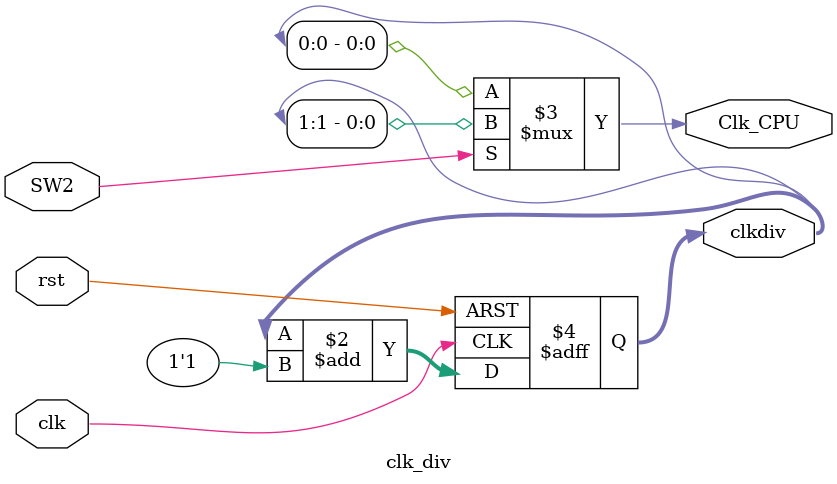
<source format=v>
`timescale 1ns / 1ps
module clk_div(input clk,
					input rst,
					input SW2,
					output reg[31:0]clkdiv,
					output Clk_CPU
					);
					
// Clock divider-Ê±ÖÓ·ÖÆµÆ÷


	always @ (posedge clk or posedge rst) begin 
		if (rst) clkdiv <= 0; else clkdiv <= clkdiv + 1'b1; end
		
	assign Clk_CPU = (SW2)? clkdiv[1] : clkdiv[0];
		
endmodule


</source>
